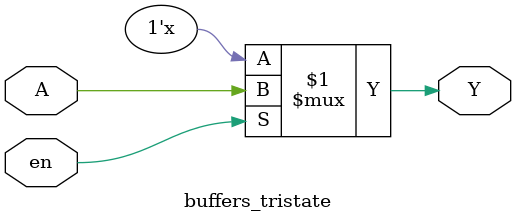
<source format=v>



module buffers_tristate( Y,A,en);

       output Y;
       input A;
       input en;

       assign Y = en ? A : 1'bz;

endmodule

</source>
